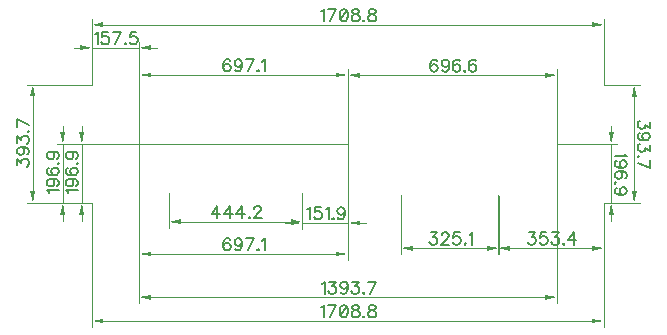
<source format=gbr>
G04 DipTrace 3.3.1.3*
G04 TopDimension.gbr*
%MOIN*%
G04 #@! TF.FileFunction,Drawing,Top*
G04 #@! TF.Part,Single*
%ADD13C,0.001378*%
%ADD30C,0.006176*%
%FSLAX26Y26*%
G04*
G70*
G90*
G75*
G01*
G04 TopDimension*
%LPD*%
X393700Y787402D2*
D13*
Y1006771D1*
X2102518Y787397D2*
Y1006771D1*
X1248109Y987086D2*
X433070D1*
G36*
X393700D2*
X433070Y994960D1*
Y979212D1*
X393700Y987086D1*
G37*
X1248109D2*
D13*
X2063148D1*
G36*
X2102518D2*
X2063148Y979212D1*
Y994960D1*
X2102518Y987086D1*
G37*
Y787397D2*
D13*
X2222170D1*
X2102536Y393700D2*
X2222170D1*
X2202485Y590548D2*
Y748027D1*
G36*
Y787397D2*
X2210359Y748027D1*
X2194611D1*
X2202485Y787397D1*
G37*
Y590548D2*
D13*
Y433070D1*
G36*
Y393700D2*
X2194611Y433070D1*
X2210359D1*
X2202485Y393700D1*
G37*
X551180Y590552D2*
D13*
Y930207D1*
X393700Y787402D2*
Y930207D1*
Y910522D2*
X551180D1*
X334645D2*
X354330D1*
G36*
X393700D2*
X354330Y902648D1*
Y918396D1*
X393700Y910522D1*
G37*
X610235D2*
D13*
X590550D1*
G36*
X551180D2*
X590550Y918396D1*
Y902648D1*
X551180Y910522D1*
G37*
X393700Y393701D2*
D13*
X340609D1*
X551180Y590552D2*
X340609D1*
X360294D2*
Y393701D1*
Y649607D2*
Y629922D1*
G36*
Y590552D2*
X352420Y629922D1*
X368169D1*
X360294Y590552D1*
G37*
Y334646D2*
D13*
Y354331D1*
G36*
Y393701D2*
X368169Y354331D1*
X352420D1*
X360294Y393701D1*
G37*
X1944902Y590552D2*
D13*
Y838527D1*
X1248327Y590552D2*
Y838527D1*
X1596615Y818842D2*
X1905532D1*
G36*
X1944902D2*
X1905532Y810968D1*
Y826716D1*
X1944902Y818842D1*
G37*
X1596615D2*
D13*
X1287697D1*
G36*
X1248327D2*
X1287697Y826716D1*
Y810968D1*
X1248327Y818842D1*
G37*
Y590552D2*
D13*
X277130D1*
X393700Y393701D2*
X277130D1*
X296815Y590552D2*
Y393701D1*
Y649607D2*
Y629922D1*
G36*
Y590552D2*
X288941Y629922D1*
X304690D1*
X296815Y590552D1*
G37*
Y334646D2*
D13*
Y354331D1*
G36*
Y393701D2*
X304690Y354331D1*
X288941D1*
X296815Y393701D1*
G37*
X1749144Y419504D2*
D13*
Y222772D1*
X2102536Y393700D2*
Y222772D1*
X1925840Y242457D2*
X1788514D1*
G36*
X1749144D2*
X1788514Y250331D1*
Y234583D1*
X1749144Y242457D1*
G37*
X1925840D2*
D13*
X2063166D1*
G36*
X2102536D2*
X2063166Y234583D1*
Y250331D1*
X2102536Y242457D1*
G37*
X1750924Y416258D2*
D13*
Y222772D1*
X1425822Y418564D2*
Y222772D1*
X1588373Y242457D2*
X1711554D1*
G36*
X1750924D2*
X1711554Y234583D1*
Y250331D1*
X1750924Y242457D1*
G37*
X1588373D2*
D13*
X1465192D1*
G36*
X1425822D2*
X1465192Y250331D1*
Y234583D1*
X1425822Y242457D1*
G37*
X551180Y590552D2*
D13*
Y839419D1*
X1248327Y590552D2*
Y839419D1*
X899754Y819734D2*
X590550D1*
G36*
X551180D2*
X590550Y827608D1*
Y811860D1*
X551180Y819734D1*
G37*
X899754D2*
D13*
X1208957D1*
G36*
X1248327D2*
X1208957Y811860D1*
Y827608D1*
X1248327Y819734D1*
G37*
X393700Y787402D2*
D13*
X177165D1*
X393700Y393701D2*
X177165D1*
X196850Y590552D2*
Y748032D1*
G36*
Y787402D2*
X204724Y748032D1*
X188976D1*
X196850Y787402D1*
G37*
Y590552D2*
D13*
Y433071D1*
G36*
Y393701D2*
X188976Y433071D1*
X204724D1*
X196850Y393701D1*
G37*
X393700D2*
D13*
Y-19685D1*
X2102536Y393700D2*
Y-19685D1*
X1248118Y1D2*
X433070D1*
G36*
X393700D2*
X433070Y7875D1*
Y-7873D1*
X393700Y1D1*
G37*
X1248118D2*
D13*
X2063166D1*
G36*
X2102536D2*
X2063166Y-7873D1*
Y7875D1*
X2102536Y1D1*
G37*
X551180Y590552D2*
D13*
Y59056D1*
X1944902Y590552D2*
Y59056D1*
X1248041Y78741D2*
X590550D1*
G36*
X551180D2*
X590550Y86615D1*
Y70867D1*
X551180Y78741D1*
G37*
X1248041D2*
D13*
X1905532D1*
G36*
X1944902D2*
X1905532Y70867D1*
Y86615D1*
X1944902Y78741D1*
G37*
X2102536Y393700D2*
D13*
X2145669D1*
X1944902Y590552D2*
X2145669D1*
X2125983D2*
Y393700D1*
Y649607D2*
Y629922D1*
G36*
Y590552D2*
X2118109Y629922D1*
X2133857D1*
X2125983Y590552D1*
G37*
Y334645D2*
D13*
Y354330D1*
G36*
Y393700D2*
X2133857Y354330D1*
X2118109D1*
X2125983Y393700D1*
G37*
X551180Y590552D2*
D13*
Y203595D1*
X1248327Y590552D2*
Y203595D1*
X899754Y223280D2*
X590550D1*
G36*
X551180D2*
X590550Y231154D1*
Y215406D1*
X551180Y223280D1*
G37*
X899754D2*
D13*
X1208957D1*
G36*
X1248327D2*
X1208957Y215406D1*
Y231154D1*
X1248327Y223280D1*
G37*
X1096410Y427019D2*
D13*
Y310749D1*
X652178Y427019D2*
Y310749D1*
X874294Y330434D2*
X1057040D1*
G36*
X1096410D2*
X1057040Y322560D1*
Y338308D1*
X1096410Y330434D1*
G37*
X874294D2*
D13*
X691548D1*
G36*
X652178D2*
X691548Y338308D1*
Y322560D1*
X652178Y330434D1*
G37*
X1248327Y590552D2*
D13*
Y307096D1*
X1096410Y427019D2*
Y307096D1*
Y326781D2*
X1248327D1*
X1037355D2*
X1057040D1*
G36*
X1096410D2*
X1057040Y318907D1*
Y334655D1*
X1096410Y326781D1*
G37*
X1307382D2*
D13*
X1287697D1*
G36*
X1248327D2*
X1287697Y334655D1*
Y318907D1*
X1248327Y326781D1*
G37*
X1160052Y1031795D2*
D30*
X1163899Y1033741D1*
X1169647Y1039444D1*
Y999297D1*
X1189648D2*
X1208793Y1039444D1*
X1181998D1*
X1232641D2*
X1226893Y1037543D1*
X1223046Y1031795D1*
X1221145Y1022244D1*
Y1016496D1*
X1223046Y1006946D1*
X1226893Y1001198D1*
X1232641Y999297D1*
X1236443D1*
X1242191Y1001198D1*
X1245994Y1006946D1*
X1247939Y1016496D1*
Y1022244D1*
X1245994Y1031795D1*
X1242191Y1037543D1*
X1236443Y1039444D1*
X1232641D1*
X1245994Y1031795D2*
X1223046Y1006946D1*
X1269841Y1039444D2*
X1264137Y1037543D1*
X1262192Y1033741D1*
Y1029894D1*
X1264137Y1026091D1*
X1267940Y1024146D1*
X1275589Y1022244D1*
X1281337Y1020343D1*
X1285140Y1016496D1*
X1287041Y1012694D1*
Y1006946D1*
X1285140Y1003143D1*
X1283238Y1001198D1*
X1277490Y999297D1*
X1269841D1*
X1264137Y1001198D1*
X1262192Y1003143D1*
X1260291Y1006946D1*
Y1012694D1*
X1262192Y1016496D1*
X1266039Y1020343D1*
X1271742Y1022244D1*
X1279392Y1024146D1*
X1283238Y1026091D1*
X1285140Y1029894D1*
Y1033741D1*
X1283238Y1037543D1*
X1277490Y1039444D1*
X1269841D1*
X1301294Y1003143D2*
X1299392Y1001198D1*
X1301294Y999297D1*
X1303239Y1001198D1*
X1301294Y1003143D1*
X1325141Y1039444D2*
X1319437Y1037543D1*
X1317492Y1033741D1*
Y1029894D1*
X1319437Y1026091D1*
X1323240Y1024146D1*
X1330889Y1022244D1*
X1336637Y1020343D1*
X1340440Y1016496D1*
X1342341Y1012694D1*
Y1006946D1*
X1340440Y1003143D1*
X1338538Y1001198D1*
X1332790Y999297D1*
X1325141D1*
X1319437Y1001198D1*
X1317492Y1003143D1*
X1315591Y1006946D1*
Y1012694D1*
X1317492Y1016496D1*
X1321339Y1020343D1*
X1327042Y1022244D1*
X1334692Y1024146D1*
X1338538Y1026091D1*
X1340440Y1029894D1*
Y1033741D1*
X1338538Y1037543D1*
X1332790Y1039444D1*
X1325141D1*
X2254843Y662879D2*
Y641876D1*
X2239545Y653328D1*
Y647580D1*
X2237643Y643778D1*
X2235742Y641876D1*
X2229994Y639931D1*
X2226192D1*
X2220444Y641876D1*
X2216597Y645679D1*
X2214696Y651427D1*
Y657175D1*
X2216597Y662879D1*
X2218542Y664780D1*
X2222345Y666725D1*
X2241490Y602686D2*
X2235742Y604631D1*
X2231895Y608434D1*
X2229994Y614182D1*
Y616083D1*
X2231895Y621831D1*
X2235742Y625634D1*
X2241490Y627579D1*
X2243391D1*
X2249140Y625634D1*
X2252942Y621831D1*
X2254843Y616083D1*
Y614182D1*
X2252942Y608434D1*
X2249140Y604631D1*
X2241490Y602686D1*
X2231895D1*
X2222345Y604631D1*
X2216597Y608434D1*
X2214696Y614182D1*
Y617985D1*
X2216597Y623733D1*
X2220444Y625634D1*
X2254843Y586488D2*
Y565485D1*
X2239545Y576937D1*
Y571189D1*
X2237643Y567387D1*
X2235742Y565485D1*
X2229994Y563540D1*
X2226192D1*
X2220444Y565485D1*
X2216597Y569288D1*
X2214696Y575036D1*
Y580784D1*
X2216597Y586488D1*
X2218542Y588389D1*
X2222345Y590335D1*
X2218542Y549287D2*
X2216597Y551189D1*
X2214696Y549287D1*
X2216597Y547342D1*
X2218542Y549287D1*
X2214696Y527341D2*
X2254843Y508196D1*
Y534990D1*
X403912Y955231D2*
X407759Y957176D1*
X413507Y962880D1*
Y922732D1*
X448807Y962880D2*
X429705D1*
X427804Y945680D1*
X429705Y947581D1*
X435453Y949527D1*
X441157D1*
X446905Y947581D1*
X450752Y943779D1*
X452653Y938031D1*
Y934228D1*
X450752Y928480D1*
X446905Y924634D1*
X441157Y922732D1*
X435453D1*
X429705Y924634D1*
X427804Y926579D1*
X425859Y930382D1*
X472654Y922732D2*
X491799Y962880D1*
X465005D1*
X506052Y926579D2*
X504151Y924634D1*
X506052Y922732D1*
X507998Y924634D1*
X506052Y926579D1*
X543297Y962880D2*
X524196D1*
X522294Y945680D1*
X524196Y947581D1*
X529944Y949527D1*
X535648D1*
X541396Y947581D1*
X545242Y943779D1*
X547144Y938031D1*
Y934228D1*
X545242Y928480D1*
X541396Y924634D1*
X535648Y922732D1*
X529944D1*
X524196Y924634D1*
X522294Y926579D1*
X520349Y930382D1*
X315585Y426473D2*
X313640Y430320D1*
X307936Y436068D1*
X348084D1*
X321289Y473312D2*
X327037Y471367D1*
X330884Y467564D1*
X332785Y461816D1*
Y459915D1*
X330884Y454167D1*
X327037Y450364D1*
X321289Y448419D1*
X319388D1*
X313640Y450364D1*
X309837Y454167D1*
X307936Y459915D1*
Y461816D1*
X309837Y467564D1*
X313640Y471367D1*
X321289Y473312D1*
X330884D1*
X340434Y471367D1*
X346182Y467564D1*
X348084Y461816D1*
Y458014D1*
X346182Y452266D1*
X342336Y450364D1*
X313640Y508612D2*
X309837Y506710D1*
X307936Y500962D1*
Y497160D1*
X309837Y491412D1*
X315585Y487565D1*
X325136Y485664D1*
X334686D1*
X342336Y487565D1*
X346182Y491412D1*
X348084Y497160D1*
Y499061D1*
X346182Y504765D1*
X342336Y508612D1*
X336588Y510513D1*
X334686D1*
X328938Y508612D1*
X325136Y504765D1*
X323235Y499061D1*
Y497160D1*
X325136Y491412D1*
X328938Y487565D1*
X334686Y485664D1*
X344237Y524766D2*
X346182Y522864D1*
X348084Y524766D1*
X346182Y526711D1*
X344237Y524766D1*
X321289Y563956D2*
X327037Y562010D1*
X330884Y558208D1*
X332785Y552460D1*
Y550559D1*
X330884Y544811D1*
X327037Y541008D1*
X321289Y539063D1*
X319388D1*
X313640Y541008D1*
X309837Y544811D1*
X307936Y550559D1*
Y552460D1*
X309837Y558208D1*
X313640Y562010D1*
X321289Y563956D1*
X330884D1*
X340434Y562010D1*
X346182Y558208D1*
X348084Y552460D1*
Y548657D1*
X346182Y542909D1*
X342336Y541008D1*
X1546304Y865496D2*
X1544403Y869299D1*
X1538655Y871200D1*
X1534852D1*
X1529104Y869299D1*
X1525257Y863551D1*
X1523356Y854000D1*
Y844450D1*
X1525257Y836801D1*
X1529104Y832954D1*
X1534852Y831052D1*
X1536753D1*
X1542457Y832954D1*
X1546304Y836801D1*
X1548205Y842549D1*
Y844450D1*
X1546304Y850198D1*
X1542457Y854000D1*
X1536753Y855902D1*
X1534852D1*
X1529104Y854000D1*
X1525257Y850198D1*
X1523356Y844450D1*
X1585450Y857847D2*
X1583504Y852099D1*
X1579702Y848252D1*
X1573954Y846351D1*
X1572053D1*
X1566305Y848252D1*
X1562502Y852099D1*
X1560556Y857847D1*
Y859748D1*
X1562502Y865496D1*
X1566305Y869299D1*
X1572053Y871200D1*
X1573954D1*
X1579702Y869299D1*
X1583504Y865496D1*
X1585450Y857847D1*
Y848252D1*
X1583504Y838702D1*
X1579702Y832954D1*
X1573954Y831052D1*
X1570151D1*
X1564403Y832954D1*
X1562502Y836801D1*
X1620749Y865496D2*
X1618848Y869299D1*
X1613100Y871200D1*
X1609297D1*
X1603549Y869299D1*
X1599703Y863551D1*
X1597801Y854000D1*
Y844450D1*
X1599703Y836801D1*
X1603549Y832954D1*
X1609297Y831052D1*
X1611199D1*
X1616902Y832954D1*
X1620749Y836801D1*
X1622650Y842549D1*
Y844450D1*
X1620749Y850198D1*
X1616902Y854000D1*
X1611199Y855902D1*
X1609297D1*
X1603549Y854000D1*
X1599703Y850198D1*
X1597801Y844450D1*
X1636903Y834899D2*
X1635002Y832954D1*
X1636903Y831052D1*
X1638849Y832954D1*
X1636903Y834899D1*
X1674148Y865496D2*
X1672247Y869299D1*
X1666499Y871200D1*
X1662696D1*
X1656948Y869299D1*
X1653101Y863551D1*
X1651200Y854000D1*
Y844450D1*
X1653101Y836801D1*
X1656948Y832954D1*
X1662696Y831052D1*
X1664597D1*
X1670301Y832954D1*
X1674148Y836801D1*
X1676049Y842549D1*
Y844450D1*
X1674148Y850198D1*
X1670301Y854000D1*
X1664597Y855902D1*
X1662696D1*
X1656948Y854000D1*
X1653101Y850198D1*
X1651200Y844450D1*
X252106Y426473D2*
X250161Y430320D1*
X244457Y436068D1*
X284605D1*
X257810Y473312D2*
X263558Y471367D1*
X267405Y467564D1*
X269306Y461816D1*
Y459915D1*
X267405Y454167D1*
X263558Y450364D1*
X257810Y448419D1*
X255909D1*
X250161Y450364D1*
X246358Y454167D1*
X244457Y459915D1*
Y461816D1*
X246358Y467564D1*
X250161Y471367D1*
X257810Y473312D1*
X267405D1*
X276955Y471367D1*
X282703Y467564D1*
X284605Y461816D1*
Y458014D1*
X282703Y452266D1*
X278857Y450364D1*
X250161Y508612D2*
X246358Y506710D1*
X244457Y500962D1*
Y497160D1*
X246358Y491412D1*
X252106Y487565D1*
X261657Y485664D1*
X271207D1*
X278857Y487565D1*
X282703Y491412D1*
X284605Y497160D1*
Y499061D1*
X282703Y504765D1*
X278857Y508612D1*
X273109Y510513D1*
X271207D1*
X265459Y508612D1*
X261657Y504765D1*
X259756Y499061D1*
Y497160D1*
X261657Y491412D1*
X265459Y487565D1*
X271207Y485664D1*
X280758Y524766D2*
X282703Y522864D1*
X284605Y524766D1*
X282703Y526711D1*
X280758Y524766D1*
X257810Y563956D2*
X263558Y562010D1*
X267405Y558208D1*
X269306Y552460D1*
Y550559D1*
X267405Y544811D1*
X263558Y541008D1*
X257810Y539063D1*
X255909D1*
X250161Y541008D1*
X246358Y544811D1*
X244457Y550559D1*
Y552460D1*
X246358Y558208D1*
X250161Y562010D1*
X257810Y563956D1*
X267405D1*
X276955Y562010D1*
X282703Y558208D1*
X284605Y552460D1*
Y548657D1*
X282703Y542909D1*
X278857Y541008D1*
X1851608Y294816D2*
X1872611D1*
X1861159Y279517D1*
X1866907D1*
X1870709Y277616D1*
X1872611Y275715D1*
X1874556Y269967D1*
Y266164D1*
X1872611Y260416D1*
X1868808Y256569D1*
X1863060Y254668D1*
X1857312D1*
X1851608Y256569D1*
X1849707Y258515D1*
X1847761Y262317D1*
X1909855Y294816D2*
X1890754D1*
X1888853Y277616D1*
X1890754Y279517D1*
X1896502Y281463D1*
X1902206D1*
X1907954Y279517D1*
X1911801Y275715D1*
X1913702Y269967D1*
Y266164D1*
X1911801Y260416D1*
X1907954Y256569D1*
X1902206Y254668D1*
X1896502D1*
X1890754Y256569D1*
X1888853Y258515D1*
X1886908Y262317D1*
X1929900Y294816D2*
X1950903D1*
X1939451Y279517D1*
X1945199D1*
X1949002Y277616D1*
X1950903Y275715D1*
X1952848Y269967D1*
Y266164D1*
X1950903Y260416D1*
X1947100Y256569D1*
X1941352Y254668D1*
X1935604D1*
X1929900Y256569D1*
X1927999Y258515D1*
X1926054Y262317D1*
X1967101Y258515D2*
X1965200Y256569D1*
X1967101Y254668D1*
X1969046Y256569D1*
X1967101Y258515D1*
X2000543Y254668D2*
Y294816D1*
X1981398Y268065D1*
X2010094D1*
X1523692Y294816D2*
X1544695D1*
X1533243Y279517D1*
X1538991D1*
X1542793Y277616D1*
X1544695Y275715D1*
X1546640Y269967D1*
Y266164D1*
X1544695Y260416D1*
X1540892Y256569D1*
X1535144Y254668D1*
X1529396D1*
X1523692Y256569D1*
X1521791Y258515D1*
X1519846Y262317D1*
X1560937Y285265D2*
Y287166D1*
X1562838Y291013D1*
X1564740Y292914D1*
X1568586Y294816D1*
X1576236D1*
X1580038Y292914D1*
X1581939Y291013D1*
X1583885Y287166D1*
Y283364D1*
X1581939Y279517D1*
X1578137Y273813D1*
X1558992Y254668D1*
X1585786D1*
X1621086Y294816D2*
X1601984D1*
X1600083Y277616D1*
X1601984Y279517D1*
X1607732Y281463D1*
X1613436D1*
X1619184Y279517D1*
X1623031Y275715D1*
X1624932Y269967D1*
Y266164D1*
X1623031Y260416D1*
X1619184Y256569D1*
X1613436Y254668D1*
X1607732D1*
X1601984Y256569D1*
X1600083Y258515D1*
X1598138Y262317D1*
X1639185Y258515D2*
X1637284Y256569D1*
X1639185Y254668D1*
X1641130Y256569D1*
X1639185Y258515D1*
X1653482Y287166D2*
X1657329Y289112D1*
X1663077Y294816D1*
Y254668D1*
X856097Y866389D2*
X854196Y870191D1*
X848448Y872093D1*
X844646D1*
X838897Y870191D1*
X835051Y864443D1*
X833149Y854893D1*
Y845342D1*
X835051Y837693D1*
X838897Y833846D1*
X844646Y831945D1*
X846547D1*
X852251Y833846D1*
X856097Y837693D1*
X857999Y843441D1*
Y845342D1*
X856097Y851090D1*
X852251Y854893D1*
X846547Y856794D1*
X844646D1*
X838897Y854893D1*
X835051Y851090D1*
X833149Y845342D1*
X895243Y858740D2*
X893298Y852992D1*
X889495Y849145D1*
X883747Y847243D1*
X881846D1*
X876098Y849145D1*
X872296Y852992D1*
X870350Y858740D1*
Y860641D1*
X872296Y866389D1*
X876098Y870191D1*
X881846Y872093D1*
X883747D1*
X889495Y870191D1*
X893298Y866389D1*
X895243Y858740D1*
Y849145D1*
X893298Y839594D1*
X889495Y833846D1*
X883747Y831945D1*
X879945D1*
X874197Y833846D1*
X872296Y837693D1*
X915244Y831945D2*
X934390Y872093D1*
X907595D1*
X948642Y835792D2*
X946741Y833846D1*
X948642Y831945D1*
X950588Y833846D1*
X948642Y835792D1*
X962939Y864443D2*
X966786Y866389D1*
X972534Y872093D1*
Y831945D1*
X144491Y518221D2*
Y539224D1*
X159790Y527772D1*
Y533520D1*
X161691Y537323D1*
X163592Y539224D1*
X169340Y541169D1*
X173143D1*
X178891Y539224D1*
X182738Y535421D1*
X184639Y529673D1*
Y523925D1*
X182738Y518221D1*
X180792Y516320D1*
X176990Y514375D1*
X157844Y578414D2*
X163592Y576469D1*
X167439Y572666D1*
X169340Y566918D1*
Y565017D1*
X167439Y559269D1*
X163592Y555466D1*
X157844Y553521D1*
X155943D1*
X150195Y555466D1*
X146392Y559269D1*
X144491Y565017D1*
Y566918D1*
X146392Y572666D1*
X150195Y576469D1*
X157844Y578414D1*
X167439D1*
X176990Y576469D1*
X182738Y572666D1*
X184639Y566918D1*
Y563116D1*
X182738Y557368D1*
X178891Y555466D1*
X144491Y594612D2*
Y615615D1*
X159790Y604163D1*
Y609911D1*
X161691Y613713D1*
X163592Y615615D1*
X169340Y617560D1*
X173143D1*
X178891Y615615D1*
X182738Y611812D1*
X184639Y606064D1*
Y600316D1*
X182738Y594612D1*
X180792Y592711D1*
X176990Y590766D1*
X180792Y631813D2*
X182738Y629912D1*
X184639Y631813D1*
X182738Y633758D1*
X180792Y631813D1*
X184639Y653759D2*
X144491Y672904D1*
Y646110D1*
X1160061Y44710D2*
X1163908Y46655D1*
X1169656Y52359D1*
Y12211D1*
X1189657D2*
X1208802Y52359D1*
X1182008D1*
X1232650D2*
X1226902Y50458D1*
X1223055Y44710D1*
X1221154Y35159D1*
Y29411D1*
X1223055Y19861D1*
X1226902Y14113D1*
X1232650Y12211D1*
X1236452D1*
X1242200Y14113D1*
X1246003Y19861D1*
X1247948Y29411D1*
Y35159D1*
X1246003Y44710D1*
X1242200Y50458D1*
X1236452Y52359D1*
X1232650D1*
X1246003Y44710D2*
X1223055Y19861D1*
X1269850Y52359D2*
X1264147Y50458D1*
X1262201Y46655D1*
Y42808D1*
X1264147Y39006D1*
X1267949Y37060D1*
X1275598Y35159D1*
X1281346Y33258D1*
X1285149Y29411D1*
X1287050Y25609D1*
Y19861D1*
X1285149Y16058D1*
X1283248Y14113D1*
X1277500Y12211D1*
X1269850D1*
X1264147Y14113D1*
X1262201Y16058D1*
X1260300Y19861D1*
Y25609D1*
X1262201Y29411D1*
X1266048Y33258D1*
X1271752Y35159D1*
X1279401Y37060D1*
X1283248Y39006D1*
X1285149Y42808D1*
Y46655D1*
X1283248Y50458D1*
X1277500Y52359D1*
X1269850D1*
X1301303Y16058D2*
X1299402Y14113D1*
X1301303Y12211D1*
X1303248Y14113D1*
X1301303Y16058D1*
X1325150Y52359D2*
X1319447Y50458D1*
X1317501Y46655D1*
Y42808D1*
X1319447Y39006D1*
X1323249Y37060D1*
X1330898Y35159D1*
X1336646Y33258D1*
X1340449Y29411D1*
X1342350Y25609D1*
Y19861D1*
X1340449Y16058D1*
X1338548Y14113D1*
X1332800Y12211D1*
X1325150D1*
X1319447Y14113D1*
X1317501Y16058D1*
X1315600Y19861D1*
Y25609D1*
X1317501Y29411D1*
X1321348Y33258D1*
X1327052Y35159D1*
X1334701Y37060D1*
X1338548Y39006D1*
X1340449Y42808D1*
Y46655D1*
X1338548Y50458D1*
X1332800Y52359D1*
X1325150D1*
X1160891Y123450D2*
X1164738Y125395D1*
X1170486Y131099D1*
Y90951D1*
X1186684Y131099D2*
X1207686D1*
X1196235Y115801D1*
X1201983D1*
X1205785Y113899D1*
X1207686Y111998D1*
X1209632Y106250D1*
Y102448D1*
X1207686Y96699D1*
X1203884Y92853D1*
X1198136Y90951D1*
X1192388D1*
X1186684Y92853D1*
X1184783Y94798D1*
X1182837Y98601D1*
X1246877Y117746D2*
X1244931Y111998D1*
X1241129Y108151D1*
X1235381Y106250D1*
X1233479D1*
X1227731Y108151D1*
X1223929Y111998D1*
X1221983Y117746D1*
Y119647D1*
X1223929Y125395D1*
X1227731Y129198D1*
X1233479Y131099D1*
X1235381D1*
X1241129Y129198D1*
X1244931Y125395D1*
X1246877Y117746D1*
Y108151D1*
X1244931Y98601D1*
X1241129Y92853D1*
X1235381Y90951D1*
X1231578D1*
X1225830Y92853D1*
X1223929Y96699D1*
X1263075Y131099D2*
X1284077D1*
X1272625Y115801D1*
X1278374D1*
X1282176Y113899D1*
X1284077Y111998D1*
X1286023Y106250D1*
Y102448D1*
X1284077Y96699D1*
X1280275Y92853D1*
X1274527Y90951D1*
X1268779D1*
X1263075Y92853D1*
X1261174Y94798D1*
X1259228Y98601D1*
X1300275Y94798D2*
X1298374Y92853D1*
X1300275Y90951D1*
X1302221Y92853D1*
X1300275Y94798D1*
X1322222Y90951D2*
X1341367Y131099D1*
X1314572D1*
X2170693Y557780D2*
X2172638Y553933D1*
X2178342Y548185D1*
X2138194D1*
X2164989Y510940D2*
X2159241Y512885D1*
X2155394Y516688D1*
X2153493Y522436D1*
Y524337D1*
X2155394Y530085D1*
X2159241Y533888D1*
X2164989Y535833D1*
X2166890D1*
X2172638Y533888D1*
X2176441Y530085D1*
X2178342Y524337D1*
Y522436D1*
X2176441Y516688D1*
X2172638Y512885D1*
X2164989Y510940D1*
X2155394D1*
X2145844Y512885D1*
X2140095Y516688D1*
X2138194Y522436D1*
Y526239D1*
X2140095Y531987D1*
X2143942Y533888D1*
X2172638Y475641D2*
X2176441Y477542D1*
X2178342Y483290D1*
Y487093D1*
X2176441Y492841D1*
X2170693Y496687D1*
X2161142Y498589D1*
X2151592D1*
X2143942Y496687D1*
X2140095Y492841D1*
X2138194Y487093D1*
Y485191D1*
X2140095Y479487D1*
X2143942Y475641D1*
X2149690Y473739D1*
X2151592D1*
X2157340Y475641D1*
X2161142Y479487D1*
X2163043Y485191D1*
Y487093D1*
X2161142Y492841D1*
X2157340Y496687D1*
X2151592Y498589D1*
X2142041Y459487D2*
X2140095Y461388D1*
X2138194Y459487D1*
X2140095Y457541D1*
X2142041Y459487D1*
X2164989Y420296D2*
X2159241Y422242D1*
X2155394Y426044D1*
X2153493Y431793D1*
Y433694D1*
X2155394Y439442D1*
X2159241Y443244D1*
X2164989Y445190D1*
X2166890D1*
X2172638Y443244D1*
X2176441Y439442D1*
X2178342Y433694D1*
Y431793D1*
X2176441Y426044D1*
X2172638Y422242D1*
X2164989Y420296D1*
X2155394D1*
X2145844Y422242D1*
X2140095Y426044D1*
X2138194Y431793D1*
Y435595D1*
X2140095Y441343D1*
X2143942Y443244D1*
X856097Y269935D2*
X854196Y273737D1*
X848448Y275639D1*
X844646D1*
X838897Y273737D1*
X835051Y267989D1*
X833149Y258439D1*
Y248888D1*
X835051Y241239D1*
X838897Y237392D1*
X844646Y235491D1*
X846547D1*
X852251Y237392D1*
X856097Y241239D1*
X857999Y246987D1*
Y248888D1*
X856097Y254636D1*
X852251Y258439D1*
X846547Y260340D1*
X844646D1*
X838897Y258439D1*
X835051Y254636D1*
X833149Y248888D1*
X895243Y262285D2*
X893298Y256537D1*
X889495Y252691D1*
X883747Y250789D1*
X881846D1*
X876098Y252691D1*
X872296Y256537D1*
X870350Y262285D1*
Y264187D1*
X872296Y269935D1*
X876098Y273737D1*
X881846Y275639D1*
X883747D1*
X889495Y273737D1*
X893298Y269935D1*
X895243Y262285D1*
Y252691D1*
X893298Y243140D1*
X889495Y237392D1*
X883747Y235491D1*
X879945D1*
X874197Y237392D1*
X872296Y241239D1*
X915244Y235491D2*
X934390Y275639D1*
X907595D1*
X948642Y239338D2*
X946741Y237392D1*
X948642Y235491D1*
X950588Y237392D1*
X948642Y239338D1*
X962939Y267989D2*
X966786Y269935D1*
X972534Y275639D1*
Y235491D1*
X813460Y342644D2*
Y382792D1*
X794314Y356042D1*
X823010D1*
X854507Y342644D2*
Y382792D1*
X835362Y356042D1*
X864058D1*
X895554Y342644D2*
Y382792D1*
X876409Y356042D1*
X905105D1*
X919358Y346491D2*
X917456Y344546D1*
X919358Y342644D1*
X921303Y344546D1*
X919358Y346491D1*
X935600Y373242D2*
Y375143D1*
X937501Y378990D1*
X939402Y380891D1*
X943249Y382792D1*
X950899D1*
X954701Y380891D1*
X956602Y378990D1*
X958548Y375143D1*
Y371340D1*
X956602Y367494D1*
X952800Y361790D1*
X933654Y342644D1*
X960449D1*
X1113391Y371491D2*
X1117238Y373436D1*
X1122986Y379140D1*
Y338992D1*
X1158286Y379140D2*
X1139184D1*
X1137283Y361940D1*
X1139184Y363841D1*
X1144932Y365787D1*
X1150636D1*
X1156384Y363841D1*
X1160231Y360039D1*
X1162132Y354291D1*
Y350488D1*
X1160231Y344740D1*
X1156384Y340893D1*
X1150636Y338992D1*
X1144932D1*
X1139184Y340893D1*
X1137283Y342839D1*
X1135338Y346641D1*
X1174484Y371491D2*
X1178331Y373436D1*
X1184079Y379140D1*
Y338992D1*
X1198331Y342839D2*
X1196430Y340893D1*
X1198331Y338992D1*
X1200277Y340893D1*
X1198331Y342839D1*
X1237521Y365787D2*
X1235576Y360039D1*
X1231773Y356192D1*
X1226025Y354291D1*
X1224124D1*
X1218376Y356192D1*
X1214574Y360039D1*
X1212628Y365787D1*
Y367688D1*
X1214574Y373436D1*
X1218376Y377239D1*
X1224124Y379140D1*
X1226025D1*
X1231773Y377239D1*
X1235576Y373436D1*
X1237521Y365787D1*
Y356192D1*
X1235576Y346641D1*
X1231773Y340893D1*
X1226025Y338992D1*
X1222223D1*
X1216475Y340893D1*
X1214574Y344740D1*
M02*

</source>
